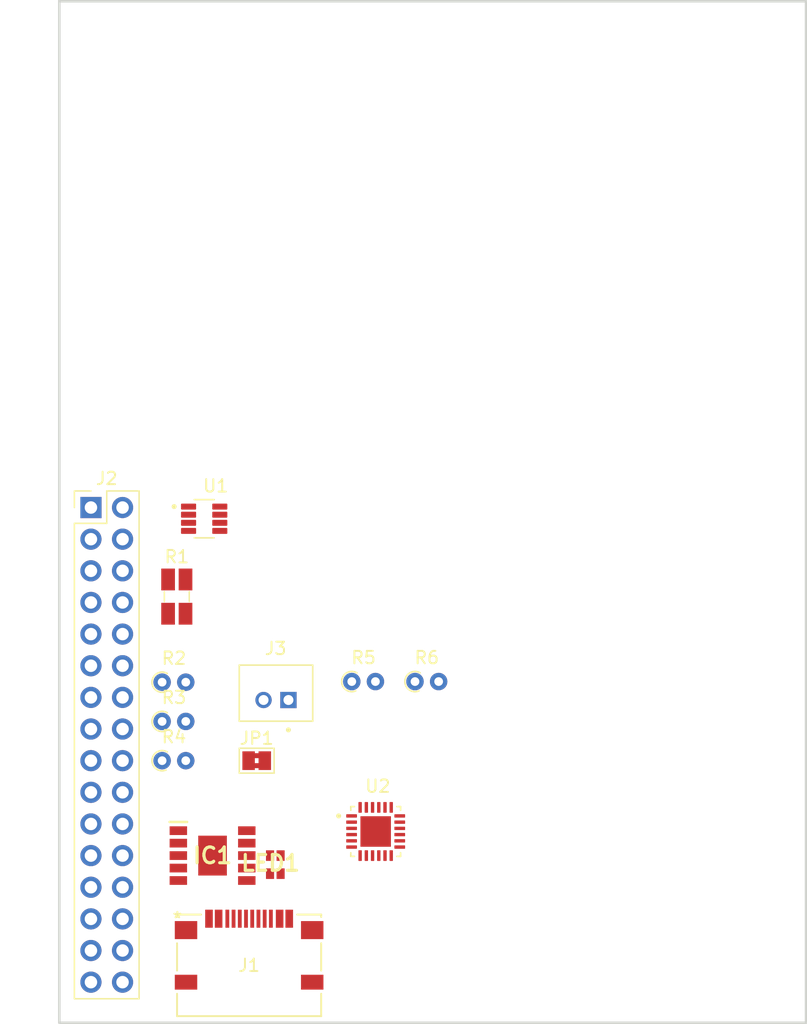
<source format=kicad_pcb>
(kicad_pcb (version 20221018) (generator pcbnew)
  (layers (0 "F.Cu" signal) (31 "B.Cu" signal) (34 "B.Paste" user) (35 "F.Paste" user) (36 "B.SilkS" user "B.Silkscreen") (37 "F.SilkS" user "F.Silkscreen") (38 "B.Mask" user) (39 "F.Mask" user) (44 "Edge.Cuts" user))
  (net 0 "")
  (net 1 "/BAT+")
  (net 3 "/SCL")
  (net 4 "/SDA")
  (net 5 "GND")
  (net 6 "/Motor2_B_OUT")
  (net 7 "/Motor2_A_OUT")
  (net 8 "/Motor4_A_OUT")
  (net 9 "/Motor2_CTRL1")
  (net 10 "/Motor4_B_OUT")
  (net 11 "/Motor2_CTRL2")
  (net 12 "/CTRL_EXT_LOAD2")
  (net 13 "/Motor4_CTRL1")
  (net 14 "/USART2_RX")
  (net 15 "/EXT_LOAD2_OUT")
  (net 16 "/USART2_TX")
  (net 17 "/FAST_CHARGE_CTRL")
  (net 18 "+3V3")
  (net 19 "+5V")
  (net 20 "/EXT_LOAD1_OUT")
  (net 21 "/HV")
  (net 22 "/MOTOR3_CTRL1")
  (net 23 "/CTRL_EXT_LOAD1")
  (net 24 "/MOTOR3_CTRL2")
  (net 25 "/MOTOR3_A_OUT")
  (net 26 "/MOTOR1_CTRL1")
  (net 27 "/MOTOR3_B_OUT")
  (net 28 "/MOTOR1_CTRL2")
  (net 29 "/MOTOR1_B_OUT")
  (net 30 "/MOTOR1_A_OUT")
  (net 31 "/VBUS")
  (net 32 "/CC1")
  (net 33 "/CC2")
  (net 36 "/D+")
  (net 37 "/D-")
  (net 44 "Net-(IC1-CFG1)")
  (net 45 "Net-(IC1-PG)")
  (net 48 "Net-(LED1-POLARITY)")
  (net 49 "Net-(U2-VFB)")
  (net 72 "Net-(J3-Pad1)")
  (footprint "Connector_PinHeader_2.54mm:PinHeader_2x16_P2.54mm_Vertical" (layer "F.Cu") (at 68.58 82.55)
    (fp_text reference "J2" (at 1.27 -2.33) (layer "F.SilkS"))
    (fp_text value "Conn_02x16_Odd_Even")
    (fp_line (start -1.33 -1.33) (end 0 -1.33) (stroke (width 0.12)) (layer "F.SilkS"))
    (fp_line (start -1.33 0) (end -1.33 -1.33) (stroke (width 0.12)) (layer "F.SilkS"))
    (fp_line (start -1.33 1.27) (end -1.33 39.43) (stroke (width 0.12)) (layer "F.SilkS"))
    (fp_line (start -1.33 1.27) (end 1.27 1.27) (stroke (width 0.12)) (layer "F.SilkS"))
    (fp_line (start -1.33 39.43) (end 3.87 39.43) (stroke (width 0.12)) (layer "F.SilkS"))
    (fp_line (start 1.27 -1.33) (end 3.87 -1.33) (stroke (width 0.12)) (layer "F.SilkS"))
    (fp_line (start 1.27 1.27) (end 1.27 -1.33) (stroke (width 0.12)) (layer "F.SilkS"))
    (fp_line (start 3.87 -1.33) (end 3.87 39.43) (stroke (width 0.12)) (layer "F.SilkS"))
    (pad "1" thru_hole rect (at 0 0) (size 1.7 1.7) (drill 1) (layers "*.Cu" "*.Mask") (net 6 "/Motor2_B_OUT"))
    (pad "2" thru_hole oval (at 2.54 0) (size 1.7 1.7) (drill 1) (layers "*.Cu" "*.Mask") (net 7 "/Motor2_A_OUT"))
    (pad "3" thru_hole oval (at 0 2.54) (size 1.7 1.7) (drill 1) (layers "*.Cu" "*.Mask") (net 8 "/Motor4_A_OUT"))
    (pad "4" thru_hole oval (at 2.54 2.54) (size 1.7 1.7) (drill 1) (layers "*.Cu" "*.Mask") (net 9 "/Motor2_CTRL1"))
    (pad "5" thru_hole oval (at 0 5.08) (size 1.7 1.7) (drill 1) (layers "*.Cu" "*.Mask") (net 10 "/Motor4_B_OUT"))
    (pad "6" thru_hole oval (at 2.54 5.08) (size 1.7 1.7) (drill 1) (layers "*.Cu" "*.Mask") (net 11 "/Motor2_CTRL2"))
    (pad "7" thru_hole oval (at 0 7.62) (size 1.7 1.7) (drill 1) (layers "*.Cu" "*.Mask") (net 12 "/CTRL_EXT_LOAD2"))
    (pad "8" thru_hole oval (at 2.54 7.62) (size 1.7 1.7) (drill 1) (layers "*.Cu" "*.Mask") (net 13 "/Motor4_CTRL1"))
    (pad "9" thru_hole oval (at 0 10.16) (size 1.7 1.7) (drill 1) (layers "*.Cu" "*.Mask") (net 14 "/USART2_RX"))
    (pad "10" thru_hole oval (at 2.54 10.16) (size 1.7 1.7) (drill 1) (layers "*.Cu" "*.Mask") (net 6 "/Motor2_B_OUT"))
    (pad "11" thru_hole oval (at 0 12.7) (size 1.7 1.7) (drill 1) (layers "*.Cu" "*.Mask") (net 15 "/EXT_LOAD2_OUT"))
    (pad "12" thru_hole oval (at 2.54 12.7) (size 1.7 1.7) (drill 1) (layers "*.Cu" "*.Mask") (net 16 "/USART2_TX"))
    (pad "13" thru_hole oval (at 0 15.24) (size 1.7 1.7) (drill 1) (layers "*.Cu" "*.Mask") (net 17 "/FAST_CHARGE_CTRL"))
    (pad "14" thru_hole oval (at 2.54 15.24) (size 1.7 1.7) (drill 1) (layers "*.Cu" "*.Mask") (net 1 "/BAT+"))
    (pad "15" thru_hole oval (at 0 17.78) (size 1.7 1.7) (drill 1) (layers "*.Cu" "*.Mask"))
    (pad "16" thru_hole oval (at 2.54 17.78) (size 1.7 1.7) (drill 1) (layers "*.Cu" "*.Mask") (net 3 "/SCL"))
    (pad "17" thru_hole oval (at 0 20.32) (size 1.7 1.7) (drill 1) (layers "*.Cu" "*.Mask") (net 4 "/SDA"))
    (pad "18" thru_hole oval (at 2.54 20.32) (size 1.7 1.7) (drill 1) (layers "*.Cu" "*.Mask") (net 18 "+3V3"))
    (pad "19" thru_hole oval (at 0 22.86) (size 1.7 1.7) (drill 1) (layers "*.Cu" "*.Mask") (net 5 "GND"))
    (pad "20" thru_hole oval (at 2.54 22.86) (size 1.7 1.7) (drill 1) (layers "*.Cu" "*.Mask") (net 19 "+5V"))
    (pad "21" thru_hole oval (at 0 25.4) (size 1.7 1.7) (drill 1) (layers "*.Cu" "*.Mask") (net 20 "/EXT_LOAD1_OUT"))
    (pad "22" thru_hole oval (at 2.54 25.4) (size 1.7 1.7) (drill 1) (layers "*.Cu" "*.Mask") (net 21 "/HV"))
    (pad "23" thru_hole oval (at 0 27.94) (size 1.7 1.7) (drill 1) (layers "*.Cu" "*.Mask") (net 5 "GND"))
    (pad "24" thru_hole oval (at 2.54 27.94) (size 1.7 1.7) (drill 1) (layers "*.Cu" "*.Mask") (net 22 "/MOTOR3_CTRL1"))
    (pad "25" thru_hole oval (at 0 30.48) (size 1.7 1.7) (drill 1) (layers "*.Cu" "*.Mask") (net 23 "/CTRL_EXT_LOAD1"))
    (pad "26" thru_hole oval (at 2.54 30.48) (size 1.7 1.7) (drill 1) (layers "*.Cu" "*.Mask") (net 24 "/MOTOR3_CTRL2"))
    (pad "27" thru_hole oval (at 0 33.02) (size 1.7 1.7) (drill 1) (layers "*.Cu" "*.Mask") (net 25 "/MOTOR3_A_OUT"))
    (pad "28" thru_hole oval (at 2.54 33.02) (size 1.7 1.7) (drill 1) (layers "*.Cu" "*.Mask") (net 26 "/MOTOR1_CTRL1"))
    (pad "29" thru_hole oval (at 0 35.56) (size 1.7 1.7) (drill 1) (layers "*.Cu" "*.Mask") (net 27 "/MOTOR3_B_OUT"))
    (pad "30" thru_hole oval (at 2.54 35.56) (size 1.7 1.7) (drill 1) (layers "*.Cu" "*.Mask") (net 28 "/MOTOR1_CTRL2"))
    (pad "31" thru_hole oval (at 0 38.1) (size 1.7 1.7) (drill 1) (layers "*.Cu" "*.Mask") (net 29 "/MOTOR1_B_OUT"))
    (pad "32" thru_hole oval (at 2.54 38.1) (size 1.7 1.7) (drill 1) (layers "*.Cu" "*.Mask") (net 30 "/MOTOR1_A_OUT"))
  )
  (footprint "Resistor_THT:R_Axial_DIN0204_L3.6mm_D1.6mm_P1.90mm_Vertical" (layer "F.Cu") (at 74.3 102.87)
    (fp_text reference "R4" (at 0.95 -1.92) (layer "F.SilkS"))
    (fp_text value "10k")
    (fp_arc (start 0.320095 0.749359) (mid -0.813042 -0.054435) (end 0.417133 -0.7) (stroke (width 0.12)) (layer "F.SilkS"))
    (pad "1" thru_hole circle (at 0 0) (size 1.4 1.4) (drill 0.7) (layers "*.Cu" "*.Mask") (net 18 "+3V3"))
    (pad "2" thru_hole oval (at 1.9 0) (size 1.4 1.4) (drill 0.7) (layers "*.Cu" "*.Mask") (net 45 "Net-(IC1-PG)"))
  )
  (footprint "Jumper:SolderJumper-2_P1.3mm_Bridged2Bar_Pad1.0x1.5mm" (layer "F.Cu") (at 81.9 102.87)
    (fp_text reference "JP1" (at 0 -1.8) (layer "F.SilkS"))
    (fp_text value "Jumper_2_Bridged")
    (fp_poly (pts (xy -0.25 -0.6) (xy 0.25 -0.6) (xy 0.25 -0.2) (xy -0.25 -0.2)) (fill solid) (layer "F.Cu"))
    (fp_poly (pts (xy -0.25 0.2) (xy 0.25 0.2) (xy 0.25 0.6) (xy -0.25 0.6)) (fill solid) (layer "F.Cu"))
    (fp_line (start -1.4 -1) (end 1.4 -1) (stroke (width 0.12)) (layer "F.SilkS"))
    (fp_line (start -1.4 1) (end -1.4 -1) (stroke (width 0.12)) (layer "F.SilkS"))
    (fp_line (start 1.4 -1) (end 1.4 1) (stroke (width 0.12)) (layer "F.SilkS"))
    (fp_line (start 1.4 1) (end -1.4 1) (stroke (width 0.12)) (layer "F.SilkS"))
    (pad "1" smd rect (at -0.65 0) (size 1 1.5) (layers "F.Cu" "F.Mask") (net 21 "/HV"))
    (pad "2" smd rect (at 0.65 0) (size 1 1.5) (layers "F.Cu" "F.Mask") (net 31 "/VBUS"))
  )
  (footprint "Resistor_THT:R_Axial_DIN0204_L3.6mm_D1.6mm_P1.90mm_Vertical" (layer "F.Cu") (at 74.3 96.57)
    (fp_text reference "R2" (at 0.95 -1.92) (layer "F.SilkS"))
    (fp_text value "6.8k")
    (fp_arc (start 0.320095 0.749359) (mid -0.813042 -0.054435) (end 0.417133 -0.7) (stroke (width 0.12)) (layer "F.SilkS"))
    (pad "1" thru_hole circle (at 0 0) (size 1.4 1.4) (drill 0.7) (layers "*.Cu" "*.Mask") (net 5 "GND"))
    (pad "2" thru_hole oval (at 1.9 0) (size 1.4 1.4) (drill 0.7) (layers "*.Cu" "*.Mask") (net 44 "Net-(IC1-CFG1)"))
  )
  (footprint "Resistor_SMD:R_Shunt_Ohmite_LVK12" (layer "F.Cu") (at 75.48 89.7)
    (fp_text reference "R1" (at 0 -3.2 180) (layer "F.SilkS"))
    (fp_text value "100m")
    (fp_line (start -1 0.4) (end -1 -0.4) (stroke (width 0.12)) (layer "F.SilkS"))
    (fp_line (start 1 -0.4) (end 1 0.4) (stroke (width 0.12)) (layer "F.SilkS"))
    (pad "1" smd rect (at -0.7 -1.375) (size 1.1 1.75) (layers "F.Cu" "F.Paste" "F.Mask") (net 5 "GND"))
    (pad "2" smd rect (at 0.7 -1.375) (size 1.1 1.75) (layers "F.Cu" "F.Paste" "F.Mask") (net 1 "/BAT+"))
    (pad "3" smd rect (at 0.7 1.375) (size 1.1 1.75) (layers "F.Cu" "F.Paste" "F.Mask"))
    (pad "4" smd rect (at -0.7 1.375) (size 1.1 1.75) (layers "F.Cu" "F.Paste" "F.Mask"))
  )
  (footprint "Components:TYPEC-304-ACP16_XNP" (layer "F.Cu") (at 81.29 119.2997)
    (fp_text reference "J1" (at 0 0 unlocked) (layer "F.SilkS"))
    (fp_text value "TYPEC-304-ACP16")
    (fp_text user "*" (at -5.765 -3.7447) (layer "F.SilkS"))
    (fp_text user "*" (at -5.765 -3.7447 unlocked) (layer "F.SilkS"))
    (fp_line (start -5.7912 -4.0767) (end -5.7912 -3.88634) (stroke (width 0.1524)) (layer "F.SilkS"))
    (fp_line (start -5.7912 -1.77306) (end -5.7912 0.42066) (stroke (width 0.1524)) (layer "F.SilkS"))
    (fp_line (start -5.7912 2.27994) (end -5.7912 4.0767) (stroke (width 0.1524)) (layer "F.SilkS"))
    (fp_line (start -5.7912 4.0767) (end 5.7912 4.0767) (stroke (width 0.1524)) (layer "F.SilkS"))
    (fp_line (start -3.86254 -4.0767) (end -5.7912 -4.0767) (stroke (width 0.1524)) (layer "F.SilkS"))
    (fp_line (start 5.7912 -4.0767) (end 3.86254 -4.0767) (stroke (width 0.1524)) (layer "F.SilkS"))
    (fp_line (start 5.7912 -3.88634) (end 5.7912 -4.0767) (stroke (width 0.1524)) (layer "F.SilkS"))
    (fp_line (start 5.7912 0.42066) (end 5.7912 -1.77306) (stroke (width 0.1524)) (layer "F.SilkS"))
    (fp_line (start 5.7912 4.0767) (end 5.7912 2.27994) (stroke (width 0.1524)) (layer "F.SilkS"))
    (pad "" np_thru_hole circle (at -2.890001 -2.2997) (size 0.6604 0.6604) (drill 0.6604) (layers "*.Cu" "*.Mask"))
    (pad "" np_thru_hole circle (at 2.890001 -2.2997) (size 0.6604 0.6604) (drill 0.6604) (layers "*.Cu" "*.Mask"))
    (pad "15" smd rect (at -5.07 -2.8297) (size 1.8034 1.4478) (layers "F.Cu" "F.Paste" "F.Mask"))
    (pad "16" smd rect (at 5.07 -2.8297) (size 1.8034 1.4478) (layers "F.Cu" "F.Paste" "F.Mask"))
    (pad "17" smd rect (at -5.07 1.3503) (size 1.8034 1.1938) (layers "F.Cu" "F.Paste" "F.Mask"))
    (pad "18" smd rect (at 5.07 1.3503) (size 1.8034 1.1938) (layers "F.Cu" "F.Paste" "F.Mask"))
    (pad "A1-B12" smd rect (at -3.225 -3.744699) (size 0.6096 1.4478) (layers "F.Cu" "F.Paste" "F.Mask") (net 5 "GND"))
    (pad "A4-B9" smd rect (at -2.45 -3.744699) (size 0.6096 1.4478) (layers "F.Cu" "F.Paste" "F.Mask") (net 31 "/VBUS"))
    (pad "A5" smd rect (at -1.25 -3.744699) (size 0.3048 1.4478) (layers "F.Cu" "F.Paste" "F.Mask") (net 32 "/CC1"))
    (pad "A6" smd rect (at -0.25 -3.744699) (size 0.3048 1.4478) (layers "F.Cu" "F.Paste" "F.Mask") (net 36 "/D+"))
    (pad "A7" smd rect (at 0.25 -3.744699) (size 0.3048 1.4478) (layers "F.Cu" "F.Paste" "F.Mask") (net 37 "/D-"))
    (pad "A8" smd rect (at 1.25 -3.744699) (size 0.3048 1.4478) (layers "F.Cu" "F.Paste" "F.Mask"))
    (pad "B1-A12" smd rect (at 3.225 -3.744699) (size 0.6096 1.4478) (layers "F.Cu" "F.Paste" "F.Mask"))
    (pad "B4-A9" smd rect (at 2.45 -3.744699) (size 0.6096 1.4478) (layers "F.Cu" "F.Paste" "F.Mask") (net 5 "GND"))
    (pad "B5" smd rect (at 1.749999 -3.744699) (size 0.3048 1.4478) (layers "F.Cu" "F.Paste" "F.Mask") (net 33 "/CC2"))
    (pad "B6" smd rect (at 0.750001 -3.744699) (size 0.3048 1.4478) (layers "F.Cu" "F.Paste" "F.Mask"))
    (pad "B7" smd rect (at -0.750001 -3.744699) (size 0.3048 1.4478) (layers "F.Cu" "F.Paste" "F.Mask"))
    (pad "B8" smd rect (at -1.749999 -3.744699) (size 0.3048 1.4478) (layers "F.Cu" "F.Paste" "F.Mask"))
  )
  (footprint "INA219:SOT65P280X145-8N" (layer "F.Cu") (at 77.68 83.45)
    (fp_text reference "U1" (at 0.925 -2.635) (layer "F.SilkS"))
    (fp_text value "INA219AIDCNR")
    (fp_line (start -0.8 -1.535) (end 0.8 -1.535) (stroke (width 0.127)) (layer "F.SilkS"))
    (fp_line (start -0.8 1.535) (end 0.8 1.535) (stroke (width 0.127)) (layer "F.SilkS"))
    (fp_circle (center -2.415 -0.975) (end -2.315 -0.975) (stroke (width 0.2)) (fill none) (layer "F.SilkS"))
    (pad "1" smd roundrect (at -1.255 -0.975) (size 1.21 0.48) (layers "F.Cu" "F.Paste" "F.Mask") (roundrect_rratio 0.125) (net 1 "/BAT+"))
    (pad "2" smd roundrect (at -1.255 -0.325) (size 1.21 0.48) (layers "F.Cu" "F.Paste" "F.Mask") (roundrect_rratio 0.125) (net 5 "GND"))
    (pad "3" smd roundrect (at -1.255 0.325) (size 1.21 0.48) (layers "F.Cu" "F.Paste" "F.Mask") (roundrect_rratio 0.125) (net 5 "GND"))
    (pad "4" smd roundrect (at -1.255 0.975) (size 1.21 0.48) (layers "F.Cu" "F.Paste" "F.Mask") (roundrect_rratio 0.125) (net 18 "+3V3"))
    (pad "5" smd roundrect (at 1.255 0.975) (size 1.21 0.48) (layers "F.Cu" "F.Paste" "F.Mask") (roundrect_rratio 0.125) (net 3 "/SCL"))
    (pad "6" smd roundrect (at 1.255 0.325) (size 1.21 0.48) (layers "F.Cu" "F.Paste" "F.Mask") (roundrect_rratio 0.125) (net 4 "/SDA"))
    (pad "7" smd roundrect (at 1.255 -0.325) (size 1.21 0.48) (layers "F.Cu" "F.Paste" "F.Mask") (roundrect_rratio 0.125) (net 5 "GND"))
    (pad "8" smd roundrect (at 1.255 -0.975) (size 1.21 0.48) (layers "F.Cu" "F.Paste" "F.Mask") (roundrect_rratio 0.125) (net 18 "+3V3"))
  )
  (footprint "Resistor_THT:R_Axial_DIN0204_L3.6mm_D1.6mm_P1.90mm_Vertical" (layer "F.Cu") (at 89.54 96.52)
    (fp_text reference "R5" (at 0.95 -1.92) (layer "F.SilkS"))
    (fp_text value "10k")
    (fp_arc (start 0.320095 0.749359) (mid -0.813042 -0.054435) (end 0.417133 -0.7) (stroke (width 0.12)) (layer "F.SilkS"))
    (pad "1" thru_hole circle (at 0 0) (size 1.4 1.4) (drill 0.7) (layers "*.Cu" "*.Mask") (net 49 "Net-(U2-VFB)"))
    (pad "2" thru_hole oval (at 1.9 0) (size 1.4 1.4) (drill 0.7) (layers "*.Cu" "*.Mask") (net 5 "GND"))
  )
  (footprint "Components:SOP100P600X180-11N" (layer "F.Cu") (at 78.353099 110.49)
    (fp_text reference "IC1" (at 0 0) (layer "F.SilkS") (effects (font (size 1.27 1.27) (thickness 0.254))))
    (fp_text value "CH224K" hide)
    (fp_line (start -3.45 -2.7) (end -2.05 -2.7) (stroke (width 0.2)) (layer "F.SilkS"))
    (pad "1" smd rect (at -2.75 -2 90) (size 0.7 1.4) (layers "F.Cu" "F.Paste" "F.Mask"))
    (pad "2" smd rect (at -2.75 -1 90) (size 0.7 1.4) (layers "F.Cu" "F.Paste" "F.Mask"))
    (pad "3" smd rect (at -2.75 0 90) (size 0.7 1.4) (layers "F.Cu" "F.Paste" "F.Mask"))
    (pad "4" smd rect (at -2.75 1 90) (size 0.7 1.4) (layers "F.Cu" "F.Paste" "F.Mask") (net 36 "/D+"))
    (pad "5" smd rect (at -2.75 2 90) (size 0.7 1.4) (layers "F.Cu" "F.Paste" "F.Mask") (net 37 "/D-"))
    (pad "6" smd rect (at 2.75 2 90) (size 0.7 1.4) (layers "F.Cu" "F.Paste" "F.Mask") (net 33 "/CC2"))
    (pad "7" smd rect (at 2.75 1 90) (size 0.7 1.4) (layers "F.Cu" "F.Paste" "F.Mask") (net 32 "/CC1"))
    (pad "8" smd rect (at 2.75 0 90) (size 0.7 1.4) (layers "F.Cu" "F.Paste" "F.Mask") (net 31 "/VBUS"))
    (pad "9" smd rect (at 2.75 -1 90) (size 0.7 1.4) (layers "F.Cu" "F.Paste" "F.Mask") (net 44 "Net-(IC1-CFG1)"))
    (pad "10" smd rect (at 2.75 -2 90) (size 0.7 1.4) (layers "F.Cu" "F.Paste" "F.Mask") (net 45 "Net-(IC1-PG)"))
    (pad "11" smd rect (at 0 0) (size 2.3 3.2) (layers "F.Cu" "F.Paste" "F.Mask") (net 5 "GND"))
  )
  (footprint "Resistor_THT:R_Axial_DIN0204_L3.6mm_D1.6mm_P1.90mm_Vertical" (layer "F.Cu") (at 74.3 99.72)
    (fp_text reference "R3" (at 0.95 -1.92) (layer "F.SilkS"))
    (fp_text value "150R")
    (fp_arc (start 0.320095 0.749359) (mid -0.813042 -0.054435) (end 0.417133 -0.7) (stroke (width 0.12)) (layer "F.SilkS"))
    (pad "1" thru_hole circle (at 0 0) (size 1.4 1.4) (drill 0.7) (layers "*.Cu" "*.Mask") (net 18 "+3V3"))
    (pad "2" thru_hole oval (at 1.9 0) (size 1.4 1.4) (drill 0.7) (layers "*.Cu" "*.Mask") (net 48 "Net-(LED1-POLARITY)"))
  )
  (footprint "Battery JST Connector:JST_B2B-PH-K-S" (layer "F.Cu") (at 83.45 97.45)
    (fp_text reference "J3" (at -0.025 -3.585) (layer "F.SilkS"))
    (fp_text value "B2B-PH-K-S")
    (fp_line (start -2.95 -2.25) (end 2.95 -2.25) (stroke (width 0.127)) (layer "F.SilkS"))
    (fp_line (start -2.95 2.25) (end -2.95 -2.25) (stroke (width 0.127)) (layer "F.SilkS"))
    (fp_line (start 2.95 -2.25) (end 2.95 2.25) (stroke (width 0.127)) (layer "F.SilkS"))
    (fp_line (start 2.95 2.25) (end -2.95 2.25) (stroke (width 0.127)) (layer "F.SilkS"))
    (fp_circle (center 1 2.95) (end 1.1 2.95) (stroke (width 0.2)) (fill none) (layer "F.SilkS"))
    (pad "1" thru_hole rect (at 1 0.55) (size 1.308 1.308) (drill 0.8) (layers "*.Cu" "*.Mask") (net 72 "Net-(J3-Pad1)"))
    (pad "2" thru_hole circle (at -1 0.55) (size 1.308 1.308) (drill 0.8) (layers "*.Cu" "*.Mask") (net 5 "GND"))
  )
  (footprint "RGB LED:LTST-C19HE1WT" (layer "F.Cu") (at 83.395 111.215)
    (fp_text reference "LED1" (at -0.386 -0.118) (layer "F.SilkS") (effects (font (size 1.27 1.27) (thickness 0.254))))
    (fp_text value "LTST-C19HE1WT" hide)
    (pad "1" smd rect (at -0.425 -0.725) (size 0.65 0.85) (layers "F.Cu" "F.Paste" "F.Mask") (net 45 "Net-(IC1-PG)"))
    (pad "2" smd rect (at 0.425 -0.725) (size 0.65 0.85) (layers "F.Cu" "F.Paste" "F.Mask"))
    (pad "3" smd rect (at 0.425 0.725) (size 0.65 0.85) (layers "F.Cu" "F.Paste" "F.Mask"))
    (pad "4" smd rect (at -0.425 0.725) (size 0.65 0.85) (layers "F.Cu" "F.Paste" "F.Mask") (net 48 "Net-(LED1-POLARITY)"))
  )
  (footprint "Battery Charger:QFN50P400X400X100-25N" (layer "F.Cu") (at 91.46 108.555)
    (fp_text reference "U2" (at 0.175 -3.635) (layer "F.SilkS"))
    (fp_text value "BQ24610RGER")
    (fp_line (start -2 -2) (end -2 -1.705) (stroke (width 0.127)) (layer "F.SilkS"))
    (fp_line (start -2 -2) (end -1.705 -2) (stroke (width 0.127)) (layer "F.SilkS"))
    (fp_line (start -2 2) (end -2 1.705) (stroke (width 0.127)) (layer "F.SilkS"))
    (fp_line (start -2 2) (end -1.705 2) (stroke (width 0.127)) (layer "F.SilkS"))
    (fp_line (start 2 -2) (end 1.705 -2) (stroke (width 0.127)) (layer "F.SilkS"))
    (fp_line (start 2 -2) (end 2 -1.705) (stroke (width 0.127)) (layer "F.SilkS"))
    (fp_line (start 2 2) (end 1.705 2) (stroke (width 0.127)) (layer "F.SilkS"))
    (fp_line (start 2 2) (end 2 1.705) (stroke (width 0.127)) (layer "F.SilkS"))
    (fp_circle (center -2.975 -1.25) (end -2.875 -1.25) (stroke (width 0.2)) (fill none) (layer "F.SilkS"))
    (pad "1" smd roundrect (at -1.935 -1.25) (size 0.86 0.27) (layers "F.Cu" "F.Paste" "F.Mask") (roundrect_rratio 0.125))
    (pad "2" smd roundrect (at -1.935 -0.75) (size 0.86 0.27) (layers "F.Cu" "F.Paste" "F.Mask") (roundrect_rratio 0.125))
    (pad "3" smd roundrect (at -1.935 -0.25) (size 0.86 0.27) (layers "F.Cu" "F.Paste" "F.Mask") (roundrect_rratio 0.125))
    (pad "4" smd roundrect (at -1.935 0.25) (size 0.86 0.27) (layers "F.Cu" "F.Paste" "F.Mask") (roundrect_rratio 0.125))
    (pad "5" smd roundrect (at -1.935 0.75) (size 0.86 0.27) (layers "F.Cu" "F.Paste" "F.Mask") (roundrect_rratio 0.125))
    (pad "6" smd roundrect (at -1.935 1.25) (size 0.86 0.27) (layers "F.Cu" "F.Paste" "F.Mask") (roundrect_rratio 0.125))
    (pad "7" smd roundrect (at -1.25 1.935) (size 0.27 0.86) (layers "F.Cu" "F.Paste" "F.Mask") (roundrect_rratio 0.125))
    (pad "8" smd roundrect (at -0.75 1.935) (size 0.27 0.86) (layers "F.Cu" "F.Paste" "F.Mask") (roundrect_rratio 0.125))
    (pad "9" smd roundrect (at -0.25 1.935) (size 0.27 0.86) (layers "F.Cu" "F.Paste" "F.Mask") (roundrect_rratio 0.125))
    (pad "10" smd roundrect (at 0.25 1.935) (size 0.27 0.86) (layers "F.Cu" "F.Paste" "F.Mask") (roundrect_rratio 0.125))
    (pad "11" smd roundrect (at 0.75 1.935) (size 0.27 0.86) (layers "F.Cu" "F.Paste" "F.Mask") (roundrect_rratio 0.125))
    (pad "12" smd roundrect (at 1.25 1.935) (size 0.27 0.86) (layers "F.Cu" "F.Paste" "F.Mask") (roundrect_rratio 0.125) (net 49 "Net-(U2-VFB)"))
    (pad "13" smd roundrect (at 1.935 1.25) (size 0.86 0.27) (layers "F.Cu" "F.Paste" "F.Mask") (roundrect_rratio 0.125))
    (pad "14" smd roundrect (at 1.935 0.75) (size 0.86 0.27) (layers "F.Cu" "F.Paste" "F.Mask") (roundrect_rratio 0.125))
    (pad "15" smd roundrect (at 1.935 0.25) (size 0.86 0.27) (layers "F.Cu" "F.Paste" "F.Mask") (roundrect_rratio 0.125))
    (pad "16" smd roundrect (at 1.935 -0.25) (size 0.86 0.27) (layers "F.Cu" "F.Paste" "F.Mask") (roundrect_rratio 0.125))
    (pad "17" smd roundrect (at 1.935 -0.75) (size 0.86 0.27) (layers "F.Cu" "F.Paste" "F.Mask") (roundrect_rratio 0.125) (net 5 "GND"))
    (pad "18" smd roundrect (at 1.935 -1.25) (size 0.86 0.27) (layers "F.Cu" "F.Paste" "F.Mask") (roundrect_rratio 0.125))
    (pad "19" smd roundrect (at 1.25 -1.935) (size 0.27 0.86) (layers "F.Cu" "F.Paste" "F.Mask") (roundrect_rratio 0.125))
    (pad "20" smd roundrect (at 0.75 -1.935) (size 0.27 0.86) (layers "F.Cu" "F.Paste" "F.Mask") (roundrect_rratio 0.125))
    (pad "21" smd roundrect (at 0.25 -1.935) (size 0.27 0.86) (layers "F.Cu" "F.Paste" "F.Mask") (roundrect_rratio 0.125))
    (pad "22" smd roundrect (at -0.25 -1.935) (size 0.27 0.86) (layers "F.Cu" "F.Paste" "F.Mask") (roundrect_rratio 0.125))
    (pad "23" smd roundrect (at -0.75 -1.935) (size 0.27 0.86) (layers "F.Cu" "F.Paste" "F.Mask") (roundrect_rratio 0.125))
    (pad "24" smd roundrect (at -1.25 -1.935) (size 0.27 0.86) (layers "F.Cu" "F.Paste" "F.Mask") (roundrect_rratio 0.125) (net 21 "/HV"))
    (pad "25" smd rect (at 0 0) (size 2.45 2.45) (layers "F.Cu" "F.Mask"))
  )
  (footprint "Resistor_THT:R_Axial_DIN0204_L3.6mm_D1.6mm_P1.90mm_Vertical" (layer "F.Cu") (at 94.62 96.52)
    (fp_text reference "R6" (at 0.95 -1.92) (layer "F.SilkS"))
    (fp_text value "10k")
    (fp_arc (start 0.320095 0.749359) (mid -0.813042 -0.054435) (end 0.417133 -0.7) (stroke (width 0.12)) (layer "F.SilkS"))
    (pad "1" thru_hole circle (at 0 0) (size 1.4 1.4) (drill 0.7) (layers "*.Cu" "*.Mask") (net 72 "Net-(J3-Pad1)"))
    (pad "2" thru_hole oval (at 1.9 0) (size 1.4 1.4) (drill 0.7) (layers "*.Cu" "*.Mask") (net 49 "Net-(U2-VFB)"))
  )
  (gr_rect (start 66.04 41.91) (end 126.04 123.91) (stroke (width 0.2)) (fill none) (layer "Edge.Cuts"))
)
</source>
